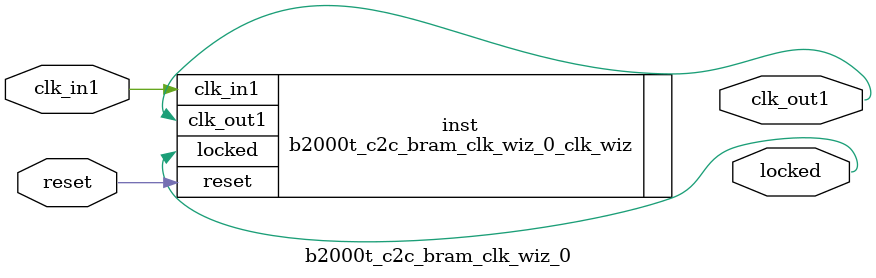
<source format=v>


`timescale 1ps/1ps

(* CORE_GENERATION_INFO = "b2000t_c2c_bram_clk_wiz_0,clk_wiz_v5_3_3_0,{component_name=b2000t_c2c_bram_clk_wiz_0,use_phase_alignment=true,use_min_o_jitter=false,use_max_i_jitter=false,use_dyn_phase_shift=false,use_inclk_switchover=false,use_dyn_reconfig=false,enable_axi=0,feedback_source=FDBK_AUTO,PRIMITIVE=MMCM,num_out_clk=1,clkin1_period=10.0,clkin2_period=10.0,use_power_down=false,use_reset=true,use_locked=true,use_inclk_stopped=false,feedback_type=SINGLE,CLOCK_MGR_TYPE=NA,manual_override=false}" *)

module b2000t_c2c_bram_clk_wiz_0 
 (
  // Clock out ports
  output        clk_out1,
  // Status and control signals
  input         reset,
  output        locked,
 // Clock in ports
  input         clk_in1
 );

  b2000t_c2c_bram_clk_wiz_0_clk_wiz inst
  (
  // Clock out ports  
  .clk_out1(clk_out1),
  // Status and control signals               
  .reset(reset), 
  .locked(locked),
 // Clock in ports
  .clk_in1(clk_in1)
  );

endmodule

</source>
